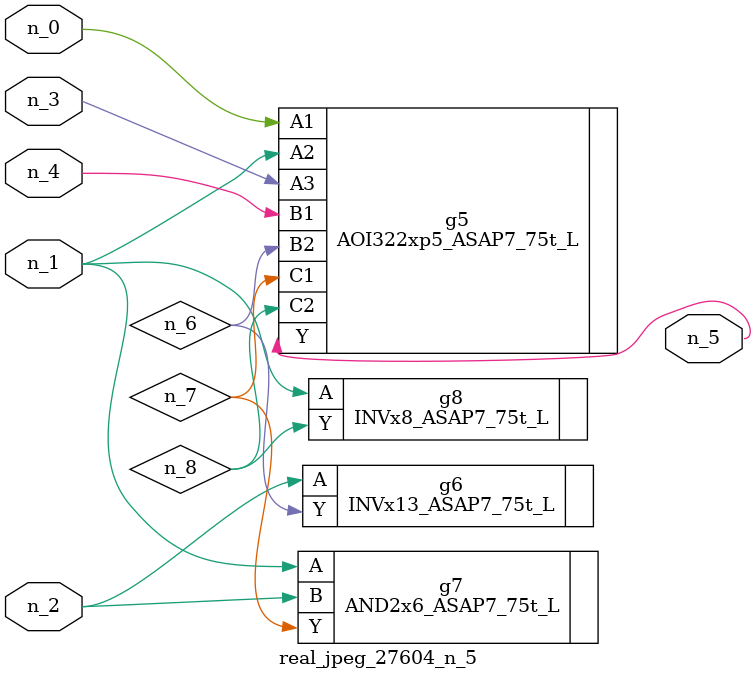
<source format=v>
module real_jpeg_27604_n_5 (n_4, n_0, n_1, n_2, n_3, n_5);

input n_4;
input n_0;
input n_1;
input n_2;
input n_3;

output n_5;

wire n_8;
wire n_6;
wire n_7;

AOI322xp5_ASAP7_75t_L g5 ( 
.A1(n_0),
.A2(n_1),
.A3(n_3),
.B1(n_4),
.B2(n_6),
.C1(n_7),
.C2(n_8),
.Y(n_5)
);

AND2x6_ASAP7_75t_L g7 ( 
.A(n_1),
.B(n_2),
.Y(n_7)
);

INVx8_ASAP7_75t_L g8 ( 
.A(n_1),
.Y(n_8)
);

INVx13_ASAP7_75t_L g6 ( 
.A(n_2),
.Y(n_6)
);


endmodule
</source>
